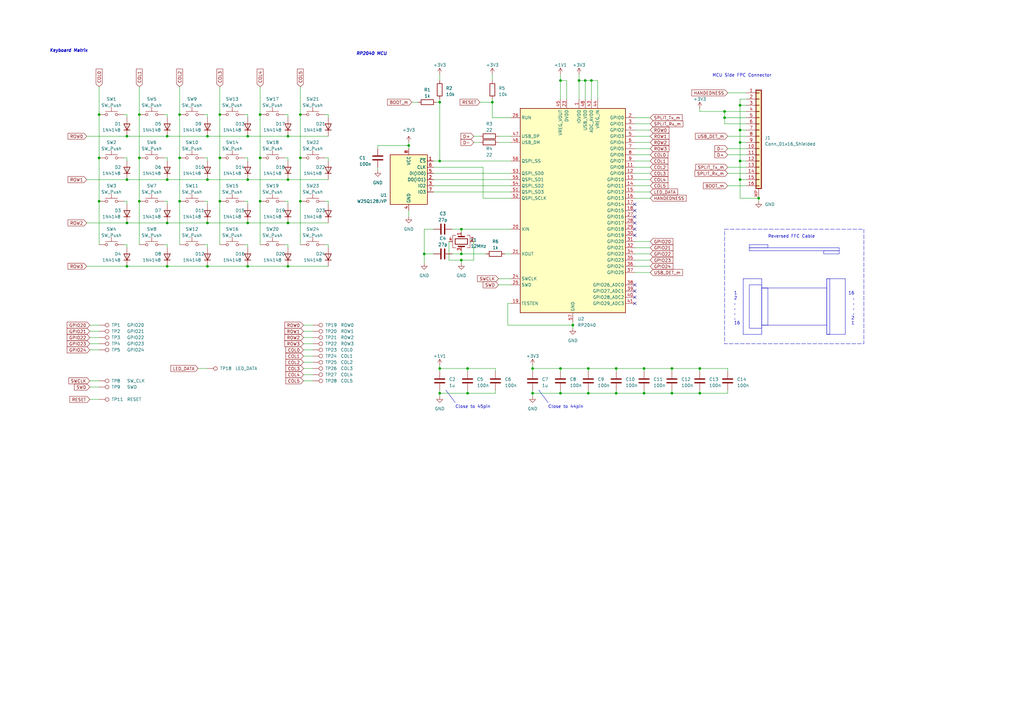
<source format=kicad_sch>
(kicad_sch (version 20231120) (generator "eeschema") (generator_version "8.0")
  (paper "A3")
  (junction (at 241.3 151.13))
  (junction (at 52.07 91.44))
  (junction (at 303.53 58.42))
  (junction (at 264.16 151.13))
  (junction (at 68.58 55.88))
  (junction (at 52.07 109.22))
  (junction (at 237.49 33.02))
  (junction (at 275.59 151.13))
  (junction (at 101.6 91.44))
  (junction (at 118.11 109.22))
  (junction (at 57.15 82.55))
  (junction (at 73.66 82.55))
  (junction (at 264.16 161.29))
  (junction (at 303.53 53.34))
  (junction (at 303.53 66.04))
  (junction (at 123.19 46.99))
  (junction (at 229.87 161.29))
  (junction (at 52.07 55.88))
  (junction (at 90.17 82.55))
  (junction (at 242.57 33.02))
  (junction (at 180.34 151.13))
  (junction (at 85.09 109.22))
  (junction (at 180.34 161.29))
  (junction (at 303.53 43.18))
  (junction (at 85.09 91.44))
  (junction (at 85.09 73.66))
  (junction (at 68.58 73.66))
  (junction (at 106.68 46.99))
  (junction (at 118.11 91.44))
  (junction (at 189.23 106.68))
  (junction (at 287.02 161.29))
  (junction (at 123.19 82.55))
  (junction (at 57.15 46.99))
  (junction (at 106.68 64.77))
  (junction (at 180.34 66.04))
  (junction (at 101.6 73.66))
  (junction (at 180.34 41.91))
  (junction (at 234.95 133.35))
  (junction (at 85.09 55.88))
  (junction (at 101.6 55.88))
  (junction (at 57.15 64.77))
  (junction (at 191.77 151.13))
  (junction (at 240.03 33.02))
  (junction (at 40.64 82.55))
  (junction (at 173.99 104.14))
  (junction (at 189.23 104.14))
  (junction (at 311.15 81.28))
  (junction (at 218.44 161.29))
  (junction (at 123.19 64.77))
  (junction (at 101.6 109.22))
  (junction (at 252.73 161.29))
  (junction (at 90.17 64.77))
  (junction (at 68.58 91.44))
  (junction (at 118.11 55.88))
  (junction (at 252.73 151.13))
  (junction (at 275.59 161.29))
  (junction (at 191.77 161.29))
  (junction (at 73.66 46.99))
  (junction (at 52.07 73.66))
  (junction (at 287.02 151.13))
  (junction (at 201.93 41.91))
  (junction (at 297.18 48.26))
  (junction (at 229.87 151.13))
  (junction (at 241.3 161.29))
  (junction (at 303.53 73.66))
  (junction (at 229.87 33.02))
  (junction (at 73.66 64.77))
  (junction (at 90.17 46.99))
  (junction (at 68.58 109.22))
  (junction (at 218.44 151.13))
  (junction (at 167.64 59.69))
  (junction (at 40.64 46.99))
  (junction (at 40.64 64.77))
  (junction (at 297.18 45.72))
  (junction (at 118.11 73.66))
  (junction (at 106.68 82.55))
  (junction (at 189.23 93.98))
  (no_connect (at 260.35 121.92))
  (no_connect (at 260.35 124.46))
  (no_connect (at 260.35 119.38))
  (no_connect (at 260.35 96.52))
  (no_connect (at 260.35 83.82))
  (no_connect (at 260.35 91.44))
  (no_connect (at 260.35 86.36))
  (no_connect (at 260.35 88.9))
  (no_connect (at 260.35 93.98))
  (no_connect (at 260.35 116.84))
  (wire (pts (xy 203.2 161.29) (xy 203.2 160.02)))
  (wire (pts (xy 303.53 58.42) (xy 306.07 58.42)))
  (wire (pts (xy 218.44 149.86) (xy 218.44 151.13)))
  (wire (pts (xy 83.82 82.55) (xy 85.09 82.55)))
  (wire (pts (xy 124.46 153.67) (xy 128.27 153.67)))
  (wire (pts (xy 154.94 68.58) (xy 154.94 69.85)))
  (wire (pts (xy 180.34 66.04) (xy 209.55 66.04)))
  (wire (pts (xy 123.19 46.99) (xy 123.19 64.77)))
  (wire (pts (xy 85.09 82.55) (xy 85.09 83.82)))
  (wire (pts (xy 241.3 161.29) (xy 252.73 161.29)))
  (wire (pts (xy 237.49 40.64) (xy 237.49 33.02)))
  (wire (pts (xy 123.19 82.55) (xy 123.19 100.33)))
  (wire (pts (xy 177.8 78.74) (xy 209.55 78.74)))
  (wire (pts (xy 36.83 143.51) (xy 40.64 143.51)))
  (wire (pts (xy 133.35 64.77) (xy 134.62 64.77)))
  (wire (pts (xy 106.68 35.56) (xy 106.68 46.99)))
  (wire (pts (xy 85.09 91.44) (xy 101.6 91.44)))
  (wire (pts (xy 83.82 46.99) (xy 85.09 46.99)))
  (wire (pts (xy 229.87 161.29) (xy 241.3 161.29)))
  (wire (pts (xy 123.19 35.56) (xy 123.19 46.99)))
  (wire (pts (xy 124.46 140.97) (xy 128.27 140.97)))
  (wire (pts (xy 260.35 99.06) (xy 266.7 99.06)))
  (wire (pts (xy 185.42 104.14) (xy 189.23 104.14)))
  (wire (pts (xy 85.09 55.88) (xy 101.6 55.88)))
  (wire (pts (xy 134.62 64.77) (xy 134.62 66.04)))
  (wire (pts (xy 260.35 66.04) (xy 266.7 66.04)))
  (wire (pts (xy 203.2 151.13) (xy 203.2 152.4)))
  (wire (pts (xy 116.84 46.99) (xy 118.11 46.99)))
  (wire (pts (xy 35.56 109.22) (xy 52.07 109.22)))
  (wire (pts (xy 124.46 156.21) (xy 128.27 156.21)))
  (wire (pts (xy 52.07 100.33) (xy 52.07 101.6)))
  (wire (pts (xy 52.07 91.44) (xy 68.58 91.44)))
  (wire (pts (xy 260.35 101.6) (xy 266.7 101.6)))
  (wire (pts (xy 198.12 81.28) (xy 209.55 81.28)))
  (wire (pts (xy 118.11 100.33) (xy 118.11 101.6)))
  (wire (pts (xy 173.99 93.98) (xy 173.99 104.14)))
  (wire (pts (xy 218.44 151.13) (xy 218.44 152.4)))
  (wire (pts (xy 35.56 91.44) (xy 52.07 91.44)))
  (wire (pts (xy 298.45 161.29) (xy 287.02 161.29)))
  (wire (pts (xy 167.64 58.42) (xy 167.64 59.69)))
  (wire (pts (xy 36.83 138.43) (xy 40.64 138.43)))
  (wire (pts (xy 234.95 133.35) (xy 234.95 134.62)))
  (wire (pts (xy 189.23 104.14) (xy 189.23 102.87)))
  (wire (pts (xy 36.83 156.21) (xy 40.64 156.21)))
  (wire (pts (xy 264.16 151.13) (xy 264.16 152.4)))
  (wire (pts (xy 100.33 100.33) (xy 101.6 100.33)))
  (wire (pts (xy 116.84 100.33) (xy 118.11 100.33)))
  (wire (pts (xy 241.3 151.13) (xy 241.3 152.4)))
  (wire (pts (xy 90.17 64.77) (xy 90.17 82.55)))
  (wire (pts (xy 189.23 104.14) (xy 199.39 104.14)))
  (wire (pts (xy 303.53 40.64) (xy 306.07 40.64)))
  (wire (pts (xy 311.15 81.28) (xy 311.15 82.55)))
  (wire (pts (xy 297.18 45.72) (xy 306.07 45.72)))
  (wire (pts (xy 101.6 46.99) (xy 101.6 48.26)))
  (wire (pts (xy 133.35 46.99) (xy 134.62 46.99)))
  (wire (pts (xy 208.28 124.46) (xy 208.28 133.35)))
  (wire (pts (xy 303.53 73.66) (xy 303.53 81.28)))
  (wire (pts (xy 260.35 106.68) (xy 266.7 106.68)))
  (wire (pts (xy 303.53 73.66) (xy 306.07 73.66)))
  (wire (pts (xy 252.73 161.29) (xy 264.16 161.29)))
  (wire (pts (xy 184.15 99.06) (xy 184.15 106.68)))
  (wire (pts (xy 177.8 73.66) (xy 209.55 73.66)))
  (wire (pts (xy 196.85 41.91) (xy 201.93 41.91)))
  (wire (pts (xy 68.58 91.44) (xy 85.09 91.44)))
  (wire (pts (xy 303.53 81.28) (xy 311.15 81.28)))
  (wire (pts (xy 118.11 64.77) (xy 118.11 66.04)))
  (wire (pts (xy 306.07 48.26) (xy 297.18 48.26)))
  (wire (pts (xy 229.87 30.48) (xy 229.87 33.02)))
  (wire (pts (xy 118.11 82.55) (xy 118.11 83.82)))
  (wire (pts (xy 260.35 76.2) (xy 266.7 76.2)))
  (wire (pts (xy 194.31 58.42) (xy 196.85 58.42)))
  (polyline (pts (xy 220.98 160.02) (xy 224.79 165.1)))
  (wire (pts (xy 260.35 60.96) (xy 266.7 60.96)))
  (wire (pts (xy 180.34 161.29) (xy 191.77 161.29)))
  (wire (pts (xy 124.46 148.59) (xy 128.27 148.59)))
  (wire (pts (xy 180.34 149.86) (xy 180.34 151.13)))
  (wire (pts (xy 50.8 46.99) (xy 52.07 46.99)))
  (wire (pts (xy 50.8 82.55) (xy 52.07 82.55)))
  (wire (pts (xy 36.83 140.97) (xy 40.64 140.97)))
  (wire (pts (xy 260.35 68.58) (xy 266.7 68.58)))
  (wire (pts (xy 275.59 151.13) (xy 275.59 152.4)))
  (wire (pts (xy 154.94 60.96) (xy 154.94 59.69)))
  (wire (pts (xy 83.82 64.77) (xy 85.09 64.77)))
  (wire (pts (xy 52.07 64.77) (xy 52.07 66.04)))
  (wire (pts (xy 180.34 161.29) (xy 180.34 162.56)))
  (wire (pts (xy 297.18 48.26) (xy 297.18 50.8)))
  (wire (pts (xy 260.35 53.34) (xy 266.7 53.34)))
  (wire (pts (xy 101.6 100.33) (xy 101.6 101.6)))
  (wire (pts (xy 124.46 133.35) (xy 128.27 133.35)))
  (polyline (pts (xy 182.88 160.02) (xy 186.69 165.1)))
  (wire (pts (xy 237.49 30.48) (xy 237.49 33.02)))
  (wire (pts (xy 52.07 82.55) (xy 52.07 83.82)))
  (wire (pts (xy 287.02 151.13) (xy 298.45 151.13)))
  (wire (pts (xy 208.28 133.35) (xy 234.95 133.35)))
  (wire (pts (xy 298.45 160.02) (xy 298.45 161.29)))
  (wire (pts (xy 303.53 53.34) (xy 303.53 58.42)))
  (wire (pts (xy 173.99 104.14) (xy 173.99 107.95)))
  (wire (pts (xy 260.35 48.26) (xy 266.7 48.26)))
  (wire (pts (xy 52.07 55.88) (xy 68.58 55.88)))
  (wire (pts (xy 101.6 91.44) (xy 118.11 91.44)))
  (wire (pts (xy 180.34 41.91) (xy 180.34 66.04)))
  (wire (pts (xy 303.53 53.34) (xy 306.07 53.34)))
  (wire (pts (xy 229.87 33.02) (xy 229.87 40.64)))
  (wire (pts (xy 68.58 73.66) (xy 85.09 73.66)))
  (wire (pts (xy 260.35 111.76) (xy 266.7 111.76)))
  (wire (pts (xy 50.8 64.77) (xy 52.07 64.77)))
  (wire (pts (xy 177.8 76.2) (xy 209.55 76.2)))
  (wire (pts (xy 90.17 46.99) (xy 90.17 64.77)))
  (wire (pts (xy 118.11 109.22) (xy 134.62 109.22)))
  (wire (pts (xy 124.46 135.89) (xy 128.27 135.89)))
  (wire (pts (xy 245.11 33.02) (xy 245.11 40.64)))
  (wire (pts (xy 73.66 64.77) (xy 73.66 82.55)))
  (wire (pts (xy 180.34 151.13) (xy 180.34 152.4)))
  (wire (pts (xy 303.53 66.04) (xy 303.53 73.66)))
  (wire (pts (xy 264.16 161.29) (xy 275.59 161.29)))
  (wire (pts (xy 194.31 55.88) (xy 196.85 55.88)))
  (wire (pts (xy 180.34 30.48) (xy 180.34 33.02)))
  (wire (pts (xy 57.15 35.56) (xy 57.15 46.99)))
  (wire (pts (xy 234.95 132.08) (xy 234.95 133.35)))
  (wire (pts (xy 232.41 40.64) (xy 232.41 33.02)))
  (wire (pts (xy 198.12 68.58) (xy 198.12 81.28)))
  (wire (pts (xy 40.64 46.99) (xy 40.64 64.77)))
  (wire (pts (xy 191.77 151.13) (xy 203.2 151.13)))
  (wire (pts (xy 297.18 45.72) (xy 297.18 48.26)))
  (wire (pts (xy 35.56 55.88) (xy 52.07 55.88)))
  (wire (pts (xy 298.45 38.1) (xy 306.07 38.1)))
  (wire (pts (xy 73.66 46.99) (xy 73.66 64.77)))
  (wire (pts (xy 242.57 33.02) (xy 245.11 33.02)))
  (wire (pts (xy 229.87 151.13) (xy 241.3 151.13)))
  (wire (pts (xy 191.77 161.29) (xy 203.2 161.29)))
  (wire (pts (xy 275.59 160.02) (xy 275.59 161.29)))
  (wire (pts (xy 101.6 64.77) (xy 101.6 66.04)))
  (wire (pts (xy 298.45 76.2) (xy 306.07 76.2)))
  (wire (pts (xy 241.3 151.13) (xy 252.73 151.13)))
  (wire (pts (xy 229.87 160.02) (xy 229.87 161.29)))
  (wire (pts (xy 275.59 161.29) (xy 287.02 161.29)))
  (wire (pts (xy 52.07 73.66) (xy 68.58 73.66)))
  (wire (pts (xy 209.55 124.46) (xy 208.28 124.46)))
  (wire (pts (xy 118.11 91.44) (xy 134.62 91.44)))
  (wire (pts (xy 180.34 151.13) (xy 191.77 151.13)))
  (wire (pts (xy 264.16 151.13) (xy 275.59 151.13)))
  (wire (pts (xy 185.42 93.98) (xy 189.23 93.98)))
  (wire (pts (xy 90.17 82.55) (xy 90.17 100.33)))
  (wire (pts (xy 297.18 50.8) (xy 306.07 50.8)))
  (wire (pts (xy 260.35 58.42) (xy 266.7 58.42)))
  (wire (pts (xy 57.15 82.55) (xy 57.15 100.33)))
  (wire (pts (xy 189.23 106.68) (xy 189.23 107.95)))
  (wire (pts (xy 191.77 151.13) (xy 191.77 152.4)))
  (wire (pts (xy 100.33 82.55) (xy 101.6 82.55)))
  (wire (pts (xy 260.35 71.12) (xy 266.7 71.12)))
  (wire (pts (xy 260.35 78.74) (xy 266.7 78.74)))
  (wire (pts (xy 201.93 30.48) (xy 201.93 33.02)))
  (wire (pts (xy 241.3 160.02) (xy 241.3 161.29)))
  (wire (pts (xy 106.68 46.99) (xy 106.68 64.77)))
  (wire (pts (xy 260.35 109.22) (xy 266.7 109.22)))
  (wire (pts (xy 173.99 93.98) (xy 177.8 93.98)))
  (wire (pts (xy 50.8 100.33) (xy 52.07 100.33)))
  (wire (pts (xy 242.57 33.02) (xy 242.57 40.64)))
  (wire (pts (xy 264.16 160.02) (xy 264.16 161.29)))
  (wire (pts (xy 232.41 33.02) (xy 229.87 33.02)))
  (wire (pts (xy 124.46 146.05) (xy 128.27 146.05)))
  (wire (pts (xy 298.45 68.58) (xy 306.07 68.58)))
  (wire (pts (xy 73.66 35.56) (xy 73.66 46.99)))
  (wire (pts (xy 260.35 63.5) (xy 266.7 63.5)))
  (wire (pts (xy 85.09 64.77) (xy 85.09 66.04)))
  (wire (pts (xy 57.15 46.99) (xy 57.15 64.77)))
  (wire (pts (xy 133.35 100.33) (xy 134.62 100.33)))
  (wire (pts (xy 189.23 93.98) (xy 209.55 93.98)))
  (wire (pts (xy 118.11 73.66) (xy 134.62 73.66)))
  (wire (pts (xy 106.68 82.55) (xy 106.68 100.33)))
  (wire (pts (xy 204.47 116.84) (xy 209.55 116.84)))
  (wire (pts (xy 101.6 109.22) (xy 118.11 109.22)))
  (wire (pts (xy 67.31 82.55) (xy 68.58 82.55)))
  (wire (pts (xy 260.35 73.66) (xy 266.7 73.66)))
  (wire (pts (xy 298.45 55.88) (xy 306.07 55.88)))
  (wire (pts (xy 81.28 151.13) (xy 85.09 151.13)))
  (wire (pts (xy 194.31 99.06) (xy 194.31 106.68)))
  (wire (pts (xy 240.03 33.02) (xy 242.57 33.02)))
  (wire (pts (xy 85.09 109.22) (xy 101.6 109.22)))
  (wire (pts (xy 36.83 133.35) (xy 40.64 133.35)))
  (wire (pts (xy 179.07 41.91) (xy 180.34 41.91)))
  (wire (pts (xy 303.53 58.42) (xy 303.53 66.04)))
  (wire (pts (xy 68.58 64.77) (xy 68.58 66.04)))
  (wire (pts (xy 68.58 109.22) (xy 85.09 109.22)))
  (wire (pts (xy 118.11 46.99) (xy 118.11 48.26)))
  (wire (pts (xy 177.8 71.12) (xy 209.55 71.12)))
  (wire (pts (xy 40.64 35.56) (xy 40.64 46.99)))
  (wire (pts (xy 167.64 86.36) (xy 167.64 88.9)))
  (wire (pts (xy 90.17 35.56) (xy 90.17 46.99)))
  (wire (pts (xy 298.45 60.96) (xy 306.07 60.96)))
  (wire (pts (xy 252.73 151.13) (xy 252.73 152.4)))
  (wire (pts (xy 237.49 33.02) (xy 240.03 33.02)))
  (wire (pts (xy 40.64 64.77) (xy 40.64 82.55)))
  (wire (pts (xy 260.35 50.8) (xy 266.7 50.8)))
  (wire (pts (xy 100.33 46.99) (xy 101.6 46.99)))
  (wire (pts (xy 123.19 64.77) (xy 123.19 82.55)))
  (wire (pts (xy 218.44 161.29) (xy 218.44 162.56)))
  (wire (pts (xy 204.47 114.3) (xy 209.55 114.3)))
  (wire (pts (xy 204.47 58.42) (xy 209.55 58.42)))
  (wire (pts (xy 154.94 59.69) (xy 167.64 59.69)))
  (wire (pts (xy 67.31 64.77) (xy 68.58 64.77)))
  (wire (pts (xy 303.53 43.18) (xy 306.07 43.18)))
  (wire (pts (xy 116.84 64.77) (xy 118.11 64.77)))
  (wire (pts (xy 191.77 160.02) (xy 191.77 161.29)))
  (wire (pts (xy 180.34 160.02) (xy 180.34 161.29)))
  (wire (pts (xy 57.15 64.77) (xy 57.15 82.55)))
  (wire (pts (xy 168.91 41.91) (xy 171.45 41.91)))
  (wire (pts (xy 173.99 104.14) (xy 177.8 104.14)))
  (wire (pts (xy 287.02 160.02) (xy 287.02 161.29)))
  (wire (pts (xy 240.03 33.02) (xy 240.03 40.64)))
  (wire (pts (xy 287.02 151.13) (xy 287.02 152.4)))
  (wire (pts (xy 85.09 46.99) (xy 85.09 48.26)))
  (wire (pts (xy 100.33 64.77) (xy 101.6 64.77)))
  (wire (pts (xy 133.35 82.55) (xy 134.62 82.55)))
  (wire (pts (xy 85.09 73.66) (xy 101.6 73.66)))
  (wire (pts (xy 124.46 138.43) (xy 128.27 138.43)))
  (wire (pts (xy 184.15 106.68) (xy 189.23 106.68)))
  (wire (pts (xy 303.53 66.04) (xy 306.07 66.04)))
  (wire (pts (xy 116.84 82.55) (xy 118.11 82.55)))
  (wire (pts (xy 36.83 158.75) (xy 40.64 158.75)))
  (wire (pts (xy 101.6 73.66) (xy 118.11 73.66)))
  (wire (pts (xy 124.46 143.51) (xy 128.27 143.51)))
  (wire (pts (xy 298.45 71.12) (xy 306.07 71.12)))
  (wire (pts (xy 218.44 160.02) (xy 218.44 161.29)))
  (wire (pts (xy 218.44 151.13) (xy 229.87 151.13)))
  (wire (pts (xy 167.64 59.69) (xy 167.64 60.96)))
  (wire (pts (xy 134.62 46.99) (xy 134.62 48.26)))
  (wire (pts (xy 106.68 64.77) (xy 106.68 82.55)))
  (wire (pts (xy 207.01 104.14) (xy 209.55 104.14)))
  (wire (pts (xy 40.64 82.55) (xy 40.64 100.33)))
  (wire (pts (xy 201.93 40.64) (xy 201.93 41.91)))
  (wire (pts (xy 73.66 82.55) (xy 73.66 100.33)))
  (wire (pts (xy 252.73 160.02) (xy 252.73 161.29)))
  (wire (pts (xy 260.35 55.88) (xy 266.7 55.88)))
  (wire (pts (xy 194.31 106.68) (xy 189.23 106.68)))
  (wire (pts (xy 36.83 163.83) (xy 40.64 163.83)))
  (wire (pts (xy 252.73 151.13) (xy 264.16 151.13)))
  (wire (pts (xy 303.53 43.18) (xy 303.53 53.34)))
  (wire (pts (xy 204.47 55.88) (xy 209.55 55.88)))
  (wire (pts (xy 67.31 100.33) (xy 68.58 100.33)))
  (wire (pts (xy 189.23 93.98) (xy 189.23 95.25)))
  (wire (pts (xy 260.35 104.14) (xy 266.7 104.14)))
  (wire (pts (xy 52.07 46.99) (xy 52.07 48.26)))
  (wire (pts (xy 177.8 66.04) (xy 180.34 66.04)))
  (wire (pts (xy 134.62 82.55) (xy 134.62 83.82)))
  (wire (pts (xy 68.58 82.55) (xy 68.58 83.82)))
  (wire (pts (xy 180.34 40.64) (xy 180.34 41.91)))
  (wire (pts (xy 67.31 46.99) (xy 68.58 46.99)))
  (wire (pts (xy 36.83 135.89) (xy 40.64 135.89)))
  (wire (pts (xy 68.58 46.99) (xy 68.58 48.26)))
  (wire (pts (xy 118.11 55.88) (xy 134.62 55.88)))
  (wire (pts (xy 177.8 68.58) (xy 198.12 68.58)))
  (wire (pts (xy 303.53 40.64) (xy 303.53 43.18)))
  (wire (pts (xy 35.56 73.66) (xy 52.07 73.66)))
  (wire (pts (xy 124.46 151.13) (xy 128.27 151.13)))
  (wire (pts (xy 298.45 63.5) (xy 306.07 63.5)))
  (wire (pts (xy 101.6 55.88) (xy 118.11 55.88)))
  (wire (pts (xy 68.58 100.33) (xy 68.58 101.6)))
  (wire (pts (xy 134.62 100.33) (xy 134.62 101.6)))
  (wire (pts (xy 275.59 151.13) (xy 287.02 151.13)))
  (wire (pts (xy 201.93 48.26) (xy 209.55 48.26)))
  (wire (pts (xy 298.45 152.4) (xy 298.45 151.13)))
  (wire (pts (xy 83.82 100.33) (xy 85.09 100.33)))
  (wire (pts (xy 287.02 45.72) (xy 297.18 45.72)))
  (wire (pts (xy 201.93 41.91) (xy 201.93 48.26)))
  (wire (pts (xy 85.09 100.33) (xy 85.09 101.6)))
  (wire (pts (xy 101.6 82.55) (xy 101.6 83.82)))
  (wire (pts (xy 52.07 109.22) (xy 68.58 109.22)))
  (wire (pts (xy 229.87 151.13) (xy 229.87 152.4)))
  (wire (pts (xy 260.35 81.28) (xy 266.7 81.28)))
  (wire (pts (xy 218.44 161.29) (xy 229.87 161.29)))
  (wire (pts (xy 287.02 44.45) (xy 287.02 45.72)))
  (wire (pts (xy 68.58 55.88) (xy 85.09 55.88)))
  (rectangle (start 339.09 114.3) (end 340.36 137.16))
  (rectangle (start 307.34 100.33) (end 314.96 101.6))
  (rectangle (start 339.09 114.3) (end 346.71 137.16))
  (rectangle (start 297.18 93.98) (end 354.33 140.97) (stroke (width 0) (type dash)))
  (rectangle (start 312.42 118.11) (end 339.09 133.35))
  (rectangle (start 307.34 116.84) (end 312.42 134.62))
  (rectangle (start 307.34 101.6) (end 344.17 102.87))
  (rectangle (start 312.42 118.11) (end 314.96 133.35))
  (rectangle (start 304.8 114.3) (end 312.42 137.16))
  (rectangle (start 337.82 102.87) (end 344.17 104.14))
  (text "1\n2\n.\n.\n.\n.\n16" (at 300.99 133.35 0) (effects (font (size 1.27 1.27)) (justify left bottom)))
  (text "RP2040 MCU" (at 146.05 22.86 0) (effects (font (size 1.27 1.27) (thickness 0.254) (bold yes) (italic yes)) (justify left bottom)))
  (text "Close to 44pin" (at 224.79 167.64 0) (effects (font (size 1.27 1.27)) (justify left bottom)))
  (text "Keyboard Matrix" (at 20.32 21.59 0) (effects (font (size 1.27 1.27) (thickness 0.254) (bold yes) (italic yes)) (justify left bottom)))
  (text "MCU Side FPC Connector" (at 292.1 31.75 0) (effects (font (size 1.27 1.27)) (justify left bottom)))
  (text "Reversed FFC Cable" (at 314.96 97.79 0) (effects (font (size 1.27 1.27)) (justify left bottom)))
  (text "Close to 45pin" (at 186.69 167.64 0) (effects (font (size 1.27 1.27)) (justify left bottom)))
  (text "16\n.\n.\n.\n.\n2\n1" (at 350.52 133.35 0) (effects (font (size 1.27 1.27)) (justify right bottom)))
  (global_label "SWCLK" (shape input) (at 36.83 156.21 180) (property "Intersheetrefs" "${INTERSHEET_REFS}" (effects (hide yes))))
  (global_label "BOOT_m" (shape input) (at 298.45 76.2 180) (property "Intersheetrefs" "${INTERSHEET_REFS}" (effects (hide yes))))
  (global_label "COL0" (shape input) (at 40.64 35.56 90) (property "Intersheetrefs" "${INTERSHEET_REFS}" (effects (hide yes))))
  (global_label "COL4" (shape input) (at 106.68 35.56 90) (property "Intersheetrefs" "${INTERSHEET_REFS}" (effects (hide yes))))
  (global_label "HANDEDNESS" (shape input) (at 298.45 38.1 180) (property "Intersheetrefs" "${INTERSHEET_REFS}" (effects (hide yes))))
  (global_label "COL5" (shape input) (at 124.46 156.21 180) (property "Intersheetrefs" "${INTERSHEET_REFS}" (effects (hide yes))))
  (global_label "ROW3" (shape input) (at 266.7 60.96 0) (property "Intersheetrefs" "${INTERSHEET_REFS}" (effects (hide yes))))
  (global_label "ROW1" (shape input) (at 35.56 73.66 180) (property "Intersheetrefs" "${INTERSHEET_REFS}" (effects (hide yes))))
  (global_label "COL3" (shape input) (at 90.17 35.56 90) (property "Intersheetrefs" "${INTERSHEET_REFS}" (effects (hide yes))))
  (global_label "COL0" (shape input) (at 124.46 143.51 180) (property "Intersheetrefs" "${INTERSHEET_REFS}" (effects (hide yes))))
  (global_label "ROW2" (shape input) (at 35.56 91.44 180) (property "Intersheetrefs" "${INTERSHEET_REFS}" (effects (hide yes))))
  (global_label "COL2" (shape input) (at 266.7 68.58 0) (property "Intersheetrefs" "${INTERSHEET_REFS}" (effects (hide yes))))
  (global_label "GPIO23" (shape input) (at 266.7 106.68 0) (property "Intersheetrefs" "${INTERSHEET_REFS}" (effects (hide yes))))
  (global_label "ROW0" (shape input) (at 266.7 53.34 0) (property "Intersheetrefs" "${INTERSHEET_REFS}" (effects (hide yes))))
  (global_label "BOOT_m" (shape input) (at 168.91 41.91 180) (property "Intersheetrefs" "${INTERSHEET_REFS}" (effects (hide yes))))
  (global_label "GPIO22" (shape input) (at 36.83 138.43 180) (property "Intersheetrefs" "${INTERSHEET_REFS}" (effects (hide yes))))
  (global_label "GPIO20" (shape input) (at 36.83 133.35 180) (property "Intersheetrefs" "${INTERSHEET_REFS}" (effects (hide yes))))
  (global_label "GPIO22" (shape input) (at 266.7 104.14 0) (property "Intersheetrefs" "${INTERSHEET_REFS}" (effects (hide yes))))
  (global_label "SPLIT_Rx_m" (shape input) (at 266.7 50.8 0) (property "Intersheetrefs" "${INTERSHEET_REFS}" (effects (hide yes))))
  (global_label "COL4" (shape input) (at 266.7 73.66 0) (property "Intersheetrefs" "${INTERSHEET_REFS}" (effects (hide yes))))
  (global_label "GPIO24" (shape input) (at 36.83 143.51 180) (property "Intersheetrefs" "${INTERSHEET_REFS}" (effects (hide yes))))
  (global_label "COL1" (shape input) (at 124.46 146.05 180) (property "Intersheetrefs" "${INTERSHEET_REFS}" (effects (hide yes))))
  (global_label "HANDEDNESS" (shape input) (at 266.7 81.28 0) (property "Intersheetrefs" "${INTERSHEET_REFS}" (effects (hide yes))))
  (global_label "COL2" (shape input) (at 124.46 148.59 180) (property "Intersheetrefs" "${INTERSHEET_REFS}" (effects (hide yes))))
  (global_label "D-" (shape input) (at 194.31 58.42 180) (property "Intersheetrefs" "${INTERSHEET_REFS}" (effects (hide yes))))
  (global_label "ROW0" (shape input) (at 35.56 55.88 180) (property "Intersheetrefs" "${INTERSHEET_REFS}" (effects (hide yes))))
  (global_label "RESET" (shape input) (at 196.85 41.91 180) (property "Intersheetrefs" "${INTERSHEET_REFS}" (effects (hide yes))))
  (global_label "RESET" (shape input) (at 36.83 163.83 180) (property "Intersheetrefs" "${INTERSHEET_REFS}" (effects (hide yes))))
  (global_label "COL0" (shape input) (at 266.7 63.5 0) (property "Intersheetrefs" "${INTERSHEET_REFS}" (effects (hide yes))))
  (global_label "ROW1" (shape input) (at 266.7 55.88 0) (property "Intersheetrefs" "${INTERSHEET_REFS}" (effects (hide yes))))
  (global_label "COL2" (shape input) (at 73.66 35.56 90) (property "Intersheetrefs" "${INTERSHEET_REFS}" (effects (hide yes))))
  (global_label "COL4" (shape input) (at 124.46 153.67 180) (property "Intersheetrefs" "${INTERSHEET_REFS}" (effects (hide yes))))
  (global_label "SPLIT_Rx_m" (shape input) (at 298.45 71.12 180) (property "Intersheetrefs" "${INTERSHEET_REFS}" (effects (hide yes))))
  (global_label "SPLIT_Tx_m" (shape input) (at 266.7 48.26 0) (property "Intersheetrefs" "${INTERSHEET_REFS}" (effects (hide yes))))
  (global_label "ROW1" (shape input) (at 124.46 135.89 180) (property "Intersheetrefs" "${INTERSHEET_REFS}" (effects (hide yes))))
  (global_label "ROW0" (shape input) (at 124.46 133.35 180) (property "Intersheetrefs" "${INTERSHEET_REFS}" (effects (hide yes))))
  (global_label "D+" (shape input) (at 298.45 63.5 180) (property "Intersheetrefs" "${INTERSHEET_REFS}" (effects (hide yes))))
  (global_label "SWCLK" (shape input) (at 204.47 114.3 180) (property "Intersheetrefs" "${INTERSHEET_REFS}" (effects (hide yes))))
  (global_label "COL1" (shape input) (at 266.7 66.04 0) (property "Intersheetrefs" "${INTERSHEET_REFS}" (effects (hide yes))))
  (global_label "COL1" (shape input) (at 57.15 35.56 90) (property "Intersheetrefs" "${INTERSHEET_REFS}" (effects (hide yes))))
  (global_label "GPIO21" (shape input) (at 36.83 135.89 180) (property "Intersheetrefs" "${INTERSHEET_REFS}" (effects (hide yes))))
  (global_label "LED_DATA" (shape input) (at 266.7 78.74 0) (property "Intersheetrefs" "${INTERSHEET_REFS}" (effects (hide yes))))
  (global_label "ROW3" (shape input) (at 124.46 140.97 180) (property "Intersheetrefs" "${INTERSHEET_REFS}" (effects (hide yes))))
  (global_label "GPIO23" (shape input) (at 36.83 140.97 180) (property "Intersheetrefs" "${INTERSHEET_REFS}" (effects (hide yes))))
  (global_label "D-" (shape input) (at 298.45 60.96 180) (property "Intersheetrefs" "${INTERSHEET_REFS}" (effects (hide yes))))
  (global_label "ROW3" (shape input) (at 35.56 109.22 180) (property "Intersheetrefs" "${INTERSHEET_REFS}" (effects (hide yes))))
  (global_label "SPLIT_Tx_m" (shape input) (at 298.45 68.58 180) (property "Intersheetrefs" "${INTERSHEET_REFS}" (effects (hide yes))))
  (global_label "USB_DET_m" (shape input) (at 298.45 55.88 180) (property "Intersheetrefs" "${INTERSHEET_REFS}" (effects (hide yes))))
  (global_label "COL5" (shape input) (at 123.19 35.56 90) (property "Intersheetrefs" "${INTERSHEET_REFS}" (effects (hide yes))))
  (global_label "COL5" (shape input) (at 266.7 76.2 0) (property "Intersheetrefs" "${INTERSHEET_REFS}" (effects (hide yes))))
  (global_label "ROW2" (shape input) (at 124.46 138.43 180) (property "Intersheetrefs" "${INTERSHEET_REFS}" (effects (hide yes))))
  (global_label "GPIO24" (shape input) (at 266.7 109.22 0) (property "Intersheetrefs" "${INTERSHEET_REFS}" (effects (hide yes))))
  (global_label "SWD" (shape input) (at 36.83 158.75 180) (property "Intersheetrefs" "${INTERSHEET_REFS}" (effects (hide yes))))
  (global_label "D+" (shape input) (at 194.31 55.88 180) (property "Intersheetrefs" "${INTERSHEET_REFS}" (effects (hide yes))))
  (global_label "USB_DET_m" (shape input) (at 266.7 111.76 0) (property "Intersheetrefs" "${INTERSHEET_REFS}" (effects (hide yes))))
  (global_label "ROW2" (shape input) (at 266.7 58.42 0) (property "Intersheetrefs" "${INTERSHEET_REFS}" (effects (hide yes))))
  (global_label "GPIO20" (shape input) (at 266.7 99.06 0) (property "Intersheetrefs" "${INTERSHEET_REFS}" (effects (hide yes))))
  (global_label "COL3" (shape input) (at 266.7 71.12 0) (property "Intersheetrefs" "${INTERSHEET_REFS}" (effects (hide yes))))
  (global_label "LED_DATA" (shape input) (at 81.28 151.13 180) (property "Intersheetrefs" "${INTERSHEET_REFS}" (effects (hide yes))))
  (global_label "GPIO21" (shape input) (at 266.7 101.6 0) (property "Intersheetrefs" "${INTERSHEET_REFS}" (effects (hide yes))))
  (global_label "COL3" (shape input) (at 124.46 151.13 180) (property "Intersheetrefs" "${INTERSHEET_REFS}" (effects (hide yes))))
  (global_label "SWD" (shape input) (at 204.47 116.84 180) (property "Intersheetrefs" "${INTERSHEET_REFS}" (effects (hide yes))))
  (symbol (lib_id "Device:D") (at 52.07 52.07 90) (unit 1)
    (property "Reference" "D1" (at 46.99 50.8 90) (effects (justify right)))
    (property "Value" "1N4148" (at 41.91 53.34 90) (effects (justify right)))
    (property "Footprint" "Diode_SMD:D_SOD-323" (effects (hide yes)))
    (property "Sim.Device" "D" (effects (hide yes)))
    (property "Sim.Pins" "1=K 2=A" (effects (hide yes)))
    (property "LCSC" "C81598" (effects (hide yes)))
  )
  (symbol (lib_id "Device:D") (at 52.07 69.85 90) (unit 1)
    (property "Reference" "D2" (at 46.99 68.58 90) (effects (justify right)))
    (property "Value" "1N4148" (at 41.91 71.12 90) (effects (justify right)))
    (property "Footprint" "Diode_SMD:D_SOD-323" (effects (hide yes)))
    (property "Sim.Device" "D" (effects (hide yes)))
    (property "Sim.Pins" "1=K 2=A" (effects (hide yes)))
    (property "LCSC" "C81598" (effects (hide yes)))
  )
  (symbol (lib_id "Device:D") (at 85.09 69.85 90) (unit 1)
    (property "Reference" "D10" (at 80.01 68.58 90) (effects (justify right)))
    (property "Value" "1N4148" (at 74.93 71.12 90) (effects (justify right)))
    (property "Footprint" "Diode_SMD:D_SOD-323" (effects (hide yes)))
    (property "Sim.Device" "D" (effects (hide yes)))
    (property "Sim.Pins" "1=K 2=A" (effects (hide yes)))
    (property "LCSC" "C81598" (effects (hide yes)))
  )
  (symbol (lib_id "Switch:SW_Push") (at 128.27 100.33 0) (unit 1)
    (property "Reference" "SW24" (at 128.27 93.98 0))
    (property "Value" "SW_Push" (at 128.27 96.52 0))
    (property "Footprint" "footprint:SW_Hotswap_Kailh_Choc_V1V2_1.00u" (effects (hide yes)))
  )
  (symbol (lib_id "Switch:SW_Push") (at 78.74 82.55 0) (unit 1)
    (property "Reference" "SW11" (at 78.74 76.2 0))
    (property "Value" "SW_Push" (at 78.74 78.74 0))
    (property "Footprint" "footprint:SW_Hotswap_Kailh_Choc_V1V2_1.00u" (effects (hide yes)))
  )
  (symbol (lib_id "Switch:SW_Push") (at 45.72 46.99 0) (unit 1)
    (property "Reference" "SW1" (at 45.72 40.64 0))
    (property "Value" "SW_Push" (at 45.72 43.18 0))
    (property "Footprint" "footprint:SW_Hotswap_Kailh_Choc_V1V2_1.00u" (effects (hide yes)))
  )
  (symbol (lib_id "Device:D") (at 68.58 52.07 90) (unit 1)
    (property "Reference" "D5" (at 63.5 50.8 90) (effects (justify right)))
    (property "Value" "1N4148" (at 58.42 53.34 90) (effects (justify right)))
    (property "Footprint" "Diode_SMD:D_SOD-323" (effects (hide yes)))
    (property "Sim.Device" "D" (effects (hide yes)))
    (property "Sim.Pins" "1=K 2=A" (effects (hide yes)))
    (property "LCSC" "C81598" (effects (hide yes)))
  )
  (symbol (lib_id "Device:D") (at 85.09 52.07 90) (unit 1)
    (property "Reference" "D9" (at 80.01 50.8 90) (effects (justify right)))
    (property "Value" "1N4148" (at 74.93 53.34 90) (effects (justify right)))
    (property "Footprint" "Diode_SMD:D_SOD-323" (effects (hide yes)))
    (property "Sim.Device" "D" (effects (hide yes)))
    (property "Sim.Pins" "1=K 2=A" (effects (hide yes)))
    (property "LCSC" "C81598" (effects (hide yes)))
  )
  (symbol (lib_id "Device:D") (at 134.62 105.41 90) (unit 1)
    (property "Reference" "D24" (at 129.54 104.14 90) (effects (justify right)))
    (property "Value" "1N4148" (at 124.46 106.68 90) (effects (justify right)))
    (property "Footprint" "Diode_SMD:D_SOD-323" (effects (hide yes)))
    (property "Sim.Device" "D" (effects (hide yes)))
    (property "Sim.Pins" "1=K 2=A" (effects (hide yes)))
    (property "LCSC" "C81598" (effects (hide yes)))
  )
  (symbol (lib_id "Device:D") (at 85.09 105.41 90) (unit 1)
    (property "Reference" "D12" (at 80.01 104.14 90) (effects (justify right)))
    (property "Value" "1N4148" (at 74.93 106.68 90) (effects (justify right)))
    (property "Footprint" "Diode_SMD:D_SOD-323" (effects (hide yes)))
    (property "Sim.Device" "D" (effects (hide yes)))
    (property "Sim.Pins" "1=K 2=A" (effects (hide yes)))
    (property "LCSC" "C81598" (effects (hide yes)))
  )
  (symbol (lib_id "Switch:SW_Push") (at 45.72 64.77 0) (unit 1)
    (property "Reference" "SW2" (at 45.72 58.42 0))
    (property "Value" "SW_Push" (at 45.72 60.96 0))
    (property "Footprint" "footprint:SW_Hotswap_Kailh_Choc_V1V2_1.00u" (effects (hide yes)))
  )
  (symbol (lib_id "Device:D") (at 118.11 52.07 90) (unit 1)
    (property "Reference" "D17" (at 113.03 50.8 90) (effects (justify right)))
    (property "Value" "1N4148" (at 107.95 53.34 90) (effects (justify right)))
    (property "Footprint" "Diode_SMD:D_SOD-323" (effects (hide yes)))
    (property "Sim.Device" "D" (effects (hide yes)))
    (property "Sim.Pins" "1=K 2=A" (effects (hide yes)))
    (property "LCSC" "C81598" (effects (hide yes)))
  )
  (symbol (lib_id "power:GND") (at 189.23 107.95 0) (unit 1)
    (property "Reference" "#PWR013" (effects (hide yes)))
    (property "Value" "GND" (at 189.23 113.03 0))
  )
  (symbol (lib_id "Device:C") (at 181.61 93.98 90) (unit 1)
    (property "Reference" "C3" (at 181.61 87.63 90))
    (property "Value" "27p" (at 181.61 90.17 90))
    (property "Footprint" "Capacitor_SMD:C_0402_1005Metric" (effects (hide yes)))
    (property "LCSC" "C107045" (effects (hide yes)))
  )
  (symbol (lib_id "Switch:SW_Push") (at 111.76 64.77 0) (unit 1)
    (property "Reference" "SW18" (at 111.76 58.42 0))
    (property "Value" "SW_Push" (at 111.76 60.96 0))
    (property "Footprint" "footprint:SW_Hotswap_Kailh_Choc_V1V2_1.00u" (effects (hide yes)))
  )
  (symbol (lib_id "Device:R") (at 201.93 36.83 180) (unit 1)
    (property "Reference" "R5" (at 204.47 36.195 0) (effects (justify right)))
    (property "Value" "10k" (at 204.47 38.735 0) (effects (justify right)))
    (property "Footprint" "Resistor_SMD:R_0402_1005Metric" (effects (hide yes)))
    (property "LCSC" "C25804" (effects (hide yes)))
  )
  (symbol (lib_id "Device:R") (at 203.2 104.14 90) (unit 1)
    (property "Reference" "R6" (at 203.2 99.06 90))
    (property "Value" "1k" (at 203.2 101.6 90))
    (property "Footprint" "Resistor_SMD:R_0402_1005Metric" (effects (hide yes)))
    (property "LCSC" "C21190" (effects (hide yes)))
  )
  (symbol (lib_id "power:GND") (at 173.99 107.95 0) (unit 1)
    (property "Reference" "#PWR09" (effects (hide yes)))
    (property "Value" "GND" (at 173.99 113.03 0))
  )
  (symbol (lib_id "Switch:SW_Push") (at 95.25 82.55 0) (unit 1)
    (property "Reference" "SW15" (at 95.25 76.2 0))
    (property "Value" "SW_Push" (at 95.25 78.74 0))
    (property "Footprint" "footprint:SW_Hotswap_Kailh_Choc_V1V2_1.00u" (effects (hide yes)))
  )
  (symbol (lib_id "Connector:TestPoint") (at 40.64 140.97 270) (unit 1)
    (property "Reference" "TP4" (at 45.72 140.97 90) (effects (justify left)))
    (property "Value" "GPIO23" (at 52.07 140.97 90) (effects (justify left)))
    (property "Footprint" "TestPoint:TestPoint_Pad_D1.0mm" (effects (hide yes)))
  )
  (symbol (lib_id "Device:C") (at 241.3 156.21 180) (unit 1)
    (property "Reference" "C9" (at 245.11 155.575 0) (effects (justify right)))
    (property "Value" "100n" (at 245.11 158.115 0) (effects (justify right)))
    (property "Footprint" "Capacitor_SMD:C_0402_1005Metric" (effects (hide yes)))
    (property "LCSC" "C1591" (effects (hide yes)))
  )
  (symbol (lib_id "Device:D") (at 101.6 87.63 90) (unit 1)
    (property "Reference" "D15" (at 96.52 86.36 90) (effects (justify right)))
    (property "Value" "1N4148" (at 91.44 88.9 90) (effects (justify right)))
    (property "Footprint" "Diode_SMD:D_SOD-323" (effects (hide yes)))
    (property "Sim.Device" "D" (effects (hide yes)))
    (property "Sim.Pins" "1=K 2=A" (effects (hide yes)))
    (property "LCSC" "C81598" (effects (hide yes)))
  )
  (symbol (lib_id "Connector:TestPoint") (at 40.64 163.83 270) (unit 1)
    (property "Reference" "TP11" (at 45.72 163.83 90) (effects (justify left)))
    (property "Value" "RESET" (at 52.07 163.83 90) (effects (justify left)))
    (property "Footprint" "TestPoint:TestPoint_Pad_D1.0mm" (effects (hide yes)))
  )
  (symbol (lib_id "Device:C") (at 298.45 156.21 180) (unit 1)
    (property "Reference" "C14" (at 302.26 155.575 0) (effects (justify right)))
    (property "Value" "100n" (at 302.26 158.115 0) (effects (justify right)))
    (property "Footprint" "Capacitor_SMD:C_0402_1005Metric" (effects (hide yes)))
    (property "LCSC" "C1591" (effects (hide yes)))
  )
  (symbol (lib_id "power:GND") (at 167.64 88.9 0) (unit 1)
    (property "Reference" "#PWR08" (effects (hide yes)))
    (property "Value" "GND" (at 167.64 93.98 0))
  )
  (symbol (lib_id "Switch:SW_Push") (at 128.27 82.55 0) (unit 1)
    (property "Reference" "SW23" (at 128.27 76.2 0))
    (property "Value" "SW_Push" (at 128.27 78.74 0))
    (property "Footprint" "footprint:SW_Hotswap_Kailh_Choc_V1V2_1.00u" (effects (hide yes)))
  )
  (symbol (lib_id "Device:C") (at 191.77 156.21 180) (unit 1)
    (property "Reference" "C5" (at 195.58 155.575 0) (effects (justify right)))
    (property "Value" "100n" (at 195.58 158.115 0) (effects (justify right)))
    (property "Footprint" "Capacitor_SMD:C_0402_1005Metric" (effects (hide yes)))
    (property "LCSC" "C1591" (effects (hide yes)))
  )
  (symbol (lib_id "Switch:SW_Push") (at 128.27 46.99 0) (unit 1)
    (property "Reference" "SW21" (at 128.27 40.64 0))
    (property "Value" "SW_Push" (at 128.27 43.18 0))
    (property "Footprint" "footprint:SW_Hotswap_Kailh_Choc_V1V2_1.00u" (effects (hide yes)))
  )
  (symbol (lib_id "Device:D") (at 68.58 105.41 90) (unit 1)
    (property "Reference" "D8" (at 63.5 104.14 90) (effects (justify right)))
    (property "Value" "1N4148" (at 58.42 106.68 90) (effects (justify right)))
    (property "Footprint" "Diode_SMD:D_SOD-323" (effects (hide yes)))
    (property "Sim.Device" "D" (effects (hide yes)))
    (property "Sim.Pins" "1=K 2=A" (effects (hide yes)))
    (property "LCSC" "C81598" (effects (hide yes)))
  )
  (symbol (lib_id "power:+1V1") (at 229.87 30.48 0) (unit 1)
    (property "Reference" "#PWR017" (effects (hide yes)))
    (property "Value" "+1V1" (at 229.87 26.67 0))
  )
  (symbol (lib_id "Switch:SW_Push") (at 78.74 100.33 0) (unit 1)
    (property "Reference" "SW12" (at 78.74 93.98 0))
    (property "Value" "SW_Push" (at 78.74 96.52 0))
    (property "Footprint" "footprint:SW_Hotswap_Kailh_Choc_V1V2_1.00u" (effects (hide yes)))
  )
  (symbol (lib_id "Connector:TestPoint") (at 128.27 133.35 270) (unit 1)
    (property "Reference" "TP19" (at 133.35 133.35 90) (effects (justify left)))
    (property "Value" "ROW0" (at 139.7 133.35 90) (effects (justify left)))
    (property "Footprint" "TestPoint:TestPoint_Pad_D1.0mm" (effects (hide yes)))
  )
  (symbol (lib_id "Device:D") (at 52.07 105.41 90) (unit 1)
    (property "Reference" "D4" (at 46.99 104.14 90) (effects (justify right)))
    (property "Value" "1N4148" (at 41.91 106.68 90) (effects (justify right)))
    (property "Footprint" "Diode_SMD:D_SOD-323" (effects (hide yes)))
    (property "Sim.Device" "D" (effects (hide yes)))
    (property "Sim.Pins" "1=K 2=A" (effects (hide yes)))
    (property "LCSC" "C81598" (effects (hide yes)))
  )
  (symbol (lib_id "power:+3V3") (at 237.49 30.48 0) (unit 1)
    (property "Reference" "#PWR019" (effects (hide yes)))
    (property "Value" "+3V3" (at 237.49 26.67 0))
  )
  (symbol (lib_id "Connector:TestPoint") (at 128.27 140.97 270) (unit 1)
    (property "Reference" "TP22" (at 133.35 140.97 90) (effects (justify left)))
    (property "Value" "ROW3" (at 139.7 140.97 90) (effects (justify left)))
    (property "Footprint" "TestPoint:TestPoint_Pad_D1.0mm" (effects (hide yes)))
  )
  (symbol (lib_id "Switch:SW_Push") (at 45.72 82.55 0) (unit 1)
    (property "Reference" "SW3" (at 45.72 76.2 0))
    (property "Value" "SW_Push" (at 45.72 78.74 0))
    (property "Footprint" "footprint:SW_Hotswap_Kailh_Choc_V1V2_1.00u" (effects (hide yes)))
  )
  (symbol (lib_id "power:GND") (at 154.94 69.85 0) (unit 1)
    (property "Reference" "#PWR06" (effects (hide yes)))
    (property "Value" "GND" (at 154.94 74.93 0))
  )
  (symbol (lib_id "power:+3V3") (at 167.64 58.42 0) (unit 1)
    (property "Reference" "#PWR07" (effects (hide yes)))
    (property "Value" "+3V3" (at 167.64 53.34 0))
  )
  (symbol (lib_id "Device:D") (at 52.07 87.63 90) (unit 1)
    (property "Reference" "D3" (at 46.99 86.36 90) (effects (justify right)))
    (property "Value" "1N4148" (at 41.91 88.9 90) (effects (justify right)))
    (property "Footprint" "Diode_SMD:D_SOD-323" (effects (hide yes)))
    (property "Sim.Device" "D" (effects (hide yes)))
    (property "Sim.Pins" "1=K 2=A" (effects (hide yes)))
    (property "LCSC" "C81598" (effects (hide yes)))
  )
  (symbol (lib_id "Device:C") (at 203.2 156.21 180) (unit 1)
    (property "Reference" "C6" (at 207.01 155.575 0) (effects (justify right)))
    (property "Value" "100n" (at 207.01 158.115 0) (effects (justify right)))
    (property "Footprint" "Capacitor_SMD:C_0402_1005Metric" (effects (hide yes)))
    (property "LCSC" "C1591" (effects (hide yes)))
  )
  (symbol (lib_id "power:+3V3") (at 180.34 30.48 0) (unit 1)
    (property "Reference" "#PWR010" (effects (hide yes)))
    (property "Value" "+3V3" (at 180.34 26.67 0))
  )
  (symbol (lib_id "Connector:TestPoint") (at 40.64 135.89 270) (unit 1)
    (property "Reference" "TP2" (at 45.72 135.89 90) (effects (justify left)))
    (property "Value" "GPIO21" (at 52.07 135.89 90) (effects (justify left)))
    (property "Footprint" "TestPoint:TestPoint_Pad_D1.0mm" (effects (hide yes)))
  )
  (symbol (lib_id "Connector_Generic_Shielded:Conn_01x16_Shielded") (at 311.15 55.88 0) (unit 1)
    (property "Reference" "J1" (at 313.69 56.515 0) (effects (justify left)))
    (property "Value" "Conn_01x16_Shielded" (at 313.69 59.055 0) (effects (justify left)))
    (property "Footprint" "Connector_FFC-FPC:TE_1-1734839-6_1x16-1MP_P0.5mm_Horizontal" (effects (hide yes)))
  )
  (symbol (lib_id "Device:D") (at 118.11 69.85 90) (unit 1)
    (property "Reference" "D18" (at 113.03 68.58 90) (effects (justify right)))
    (property "Value" "1N4148" (at 107.95 71.12 90) (effects (justify right)))
    (property "Footprint" "Diode_SMD:D_SOD-323" (effects (hide yes)))
    (property "Sim.Device" "D" (effects (hide yes)))
    (property "Sim.Pins" "1=K 2=A" (effects (hide yes)))
    (property "LCSC" "C81598" (effects (hide yes)))
  )
  (symbol (lib_id "Connector:TestPoint") (at 85.09 151.13 270) (unit 1)
    (property "Reference" "TP18" (at 90.17 151.13 90) (effects (justify left)))
    (property "Value" "LED_DATA" (at 96.52 151.13 90) (effects (justify left)))
    (property "Footprint" "TestPoint:TestPoint_Pad_D1.0mm" (effects (hide yes)))
  )
  (symbol (lib_id "Connector:TestPoint") (at 40.64 138.43 270) (unit 1)
    (property "Reference" "TP3" (at 45.72 138.43 90) (effects (justify left)))
    (property "Value" "GPIO22" (at 52.07 138.43 90) (effects (justify left)))
    (property "Footprint" "TestPoint:TestPoint_Pad_D1.0mm" (effects (hide yes)))
  )
  (symbol (lib_id "Connector:TestPoint") (at 40.64 133.35 270) (unit 1)
    (property "Reference" "TP1" (at 45.72 133.35 90) (effects (justify left)))
    (property "Value" "GPIO20" (at 52.07 133.35 90) (effects (justify left)))
    (property "Footprint" "TestPoint:TestPoint_Pad_D1.0mm" (effects (hide yes)))
  )
  (symbol (lib_id "Switch:SW_Push") (at 62.23 46.99 0) (unit 1)
    (property "Reference" "SW5" (at 62.23 40.64 0))
    (property "Value" "SW_Push" (at 62.23 43.18 0))
    (property "Footprint" "footprint:SW_Hotswap_Kailh_Choc_V1V2_1.00u" (effects (hide yes)))
  )
  (symbol (lib_id "Connector:TestPoint") (at 128.27 138.43 270) (unit 1)
    (property "Reference" "TP21" (at 133.35 138.43 90) (effects (justify left)))
    (property "Value" "ROW2" (at 139.7 138.43 90) (effects (justify left)))
    (property "Footprint" "TestPoint:TestPoint_Pad_D1.0mm" (effects (hide yes)))
  )
  (symbol (lib_id "Device:Crystal_GND24") (at 189.23 99.06 270) (unit 1)
    (property "Reference" "Y1" (at 193.04 98.425 90) (effects (justify left)))
    (property "Value" "12MHz" (at 193.04 100.965 90) (effects (justify left)))
    (property "Footprint" "Crystal:Crystal_SMD_3225-4Pin_3.2x2.5mm" (effects (hide yes)))
    (property "LCSC" "C9002" (effects (hide yes)))
  )
  (symbol (lib_id "Device:R") (at 200.66 55.88 90) (unit 1)
    (property "Reference" "R3" (at 200.66 50.8 90))
    (property "Value" "22" (at 200.66 53.34 90))
    (property "Footprint" "Resistor_SMD:R_0402_1005Metric" (effects (hide yes)))
    (property "LCSC" "C23345" (effects (hide yes)))
  )
  (symbol (lib_id "power:GND") (at 218.44 162.56 0) (unit 1)
    (property "Reference" "#PWR016" (effects (hide yes)))
    (property "Value" "GND" (at 218.44 167.64 0))
  )
  (symbol (lib_id "Device:C") (at 181.61 104.14 90) (unit 1)
    (property "Reference" "C4" (at 181.61 97.79 90))
    (property "Value" "27p" (at 181.61 100.33 90))
    (property "Footprint" "Capacitor_SMD:C_0402_1005Metric" (effects (hide yes)))
    (property "LCSC" "C107045" (effects (hide yes)))
  )
  (symbol (lib_id "Device:C") (at 154.94 64.77 180) (unit 1)
    (property "Reference" "C1" (at 147.32 64.77 0) (effects (justify right)))
    (property "Value" "100n" (at 147.32 67.31 0) (effects (justify right)))
    (property "Footprint" "Capacitor_SMD:C_0402_1005Metric" (effects (hide yes)))
    (property "LCSC" "C1591" (effects (hide yes)))
  )
  (symbol (lib_id "Device:D") (at 101.6 52.07 90) (unit 1)
    (property "Reference" "D13" (at 96.52 50.8 90) (effects (justify right)))
    (property "Value" "1N4148" (at 91.44 53.34 90) (effects (justify right)))
    (property "Footprint" "Diode_SMD:D_SOD-323" (effects (hide yes)))
    (property "Sim.Device" "D" (effects (hide yes)))
    (property "Sim.Pins" "1=K 2=A" (effects (hide yes)))
    (property "LCSC" "C81598" (effects (hide yes)))
  )
  (symbol (lib_id "Connector:TestPoint") (at 128.27 153.67 270) (unit 1)
    (property "Reference" "TP27" (at 133.35 153.67 90) (effects (justify left)))
    (property "Value" "COL4" (at 139.7 153.67 90) (effects (justify left)))
    (property "Footprint" "TestPoint:TestPoint_Pad_D1.0mm" (effects (hide yes)))
  )
  (symbol (lib_id "Connector:TestPoint") (at 128.27 151.13 270) (unit 1)
    (property "Reference" "TP26" (at 133.35 151.13 90) (effects (justify left)))
    (property "Value" "COL3" (at 139.7 151.13 90) (effects (justify left)))
    (property "Footprint" "TestPoint:TestPoint_Pad_D1.0mm" (effects (hide yes)))
  )
  (symbol (lib_id "Device:D") (at 101.6 105.41 90) (unit 1)
    (property "Reference" "D16" (at 96.52 104.14 90) (effects (justify right)))
    (property "Value" "1N4148" (at 91.44 106.68 90) (effects (justify right)))
    (property "Footprint" "Diode_SMD:D_SOD-323" (effects (hide yes)))
    (property "Sim.Device" "D" (effects (hide yes)))
    (property "Sim.Pins" "1=K 2=A" (effects (hide yes)))
    (property "LCSC" "C81598" (effects (hide yes)))
  )
  (symbol (lib_id "power:+3V3") (at 218.44 149.86 0) (unit 1)
    (property "Reference" "#PWR015" (effects (hide yes)))
    (property "Value" "+3V3" (at 218.44 146.05 0))
  )
  (symbol (lib_id "Memory_Flash:W25Q16JVSS") (at 167.64 73.66 0) (mirror y) (unit 1)
    (property "Reference" "U1" (at 158.75 80.01 0) (effects (justify left)))
    (property "Value" "W25Q128JVP" (at 158.75 82.55 0) (effects (justify left)))
    (property "Footprint" "Package_SON:Winbond_USON-8-1EP_3x2mm_P0.5mm_EP0.2x1.6mm" (effects (hide yes)))
    (property "Datasheet" "https://www.winbond.com/hq/support/documentation/levelOne.jsp?__locale=en&DocNo=DA00-W25Q16JV.1" (effects (hide yes)))
    (property "Description" "16Mb Serial Flash Memory, Standard/Dual/Quad SPI, SOIC-8" (effects (hide yes)))
    (property "LCSC" "C190862" (effects (hide yes)))
  )
  (symbol (lib_id "Switch:SW_Push") (at 111.76 82.55 0) (unit 1)
    (property "Reference" "SW19" (at 111.76 76.2 0))
    (property "Value" "SW_Push" (at 111.76 78.74 0))
    (property "Footprint" "footprint:SW_Hotswap_Kailh_Choc_V1V2_1.00u" (effects (hide yes)))
  )
  (symbol (lib_id "Device:D") (at 68.58 87.63 90) (unit 1)
    (property "Reference" "D7" (at 63.5 86.36 90) (effects (justify right)))
    (property "Value" "1N4148" (at 58.42 88.9 90) (effects (justify right)))
    (property "Footprint" "Diode_SMD:D_SOD-323" (effects (hide yes)))
    (property "Sim.Device" "D" (effects (hide yes)))
    (property "Sim.Pins" "1=K 2=A" (effects (hide yes)))
    (property "LCSC" "C81598" (effects (hide yes)))
  )
  (symbol (lib_id "Switch:SW_Push") (at 95.25 100.33 0) (unit 1)
    (property "Reference" "SW16" (at 95.25 93.98 0))
    (property "Value" "SW_Push" (at 95.25 96.52 0))
    (property "Footprint" "footprint:SW_Hotswap_Kailh_Choc_V1V2_1.00u" (effects (hide yes)))
  )
  (symbol (lib_id "power:+1V1") (at 180.34 149.86 0) (unit 1)
    (property "Reference" "#PWR011" (effects (hide yes)))
    (property "Value" "+1V1" (at 180.34 146.05 0))
  )
  (symbol (lib_id "Device:D") (at 101.6 69.85 90) (unit 1)
    (property "Reference" "D14" (at 96.52 68.58 90) (effects (justify right)))
    (property "Value" "1N4148" (at 91.44 71.12 90) (effects (justify right)))
    (property "Footprint" "Diode_SMD:D_SOD-323" (effects (hide yes)))
    (property "Sim.Device" "D" (effects (hide yes)))
    (property "Sim.Pins" "1=K 2=A" (effects (hide yes)))
    (property "LCSC" "C81598" (effects (hide yes)))
  )
  (symbol (lib_id "Device:D") (at 68.58 69.85 90) (unit 1)
    (property "Reference" "D6" (at 63.5 68.58 90) (effects (justify right)))
    (property "Value" "1N4148" (at 58.42 71.12 90) (effects (justify right)))
    (property "Footprint" "Diode_SMD:D_SOD-323" (effects (hide yes)))
    (property "Sim.Device" "D" (effects (hide yes)))
    (property "Sim.Pins" "1=K 2=A" (effects (hide yes)))
    (property "LCSC" "C81598" (effects (hide yes)))
  )
  (symbol (lib_id "Connector:TestPoint") (at 128.27 135.89 270) (unit 1)
    (property "Reference" "TP20" (at 133.35 135.89 90) (effects (justify left)))
    (property "Value" "ROW1" (at 139.7 135.89 90) (effects (justify left)))
    (property "Footprint" "TestPoint:TestPoint_Pad_D1.0mm" (effects (hide yes)))
  )
  (symbol (lib_id "power:+3V3") (at 201.93 30.48 0) (unit 1)
    (property "Reference" "#PWR014" (effects (hide yes)))
    (property "Value" "+3V3" (at 201.93 26.67 0))
  )
  (symbol (lib_id "power:GND") (at 311.15 82.55 0) (unit 1)
    (property "Reference" "#PWR021" (effects (hide yes)))
    (property "Value" "GND" (at 313.69 83.8199 0) (effects (justify left)))
  )
  (symbol (lib_id "power:+3V3") (at 287.02 44.45 0) (unit 1)
    (property "Reference" "#PWR020" (effects (hide yes)))
    (property "Value" "+3V3" (at 287.02 40.64 0))
  )
  (symbol (lib_id "Connector:TestPoint") (at 128.27 146.05 270) (unit 1)
    (property "Reference" "TP24" (at 133.35 146.05 90) (effects (justify left)))
    (property "Value" "COL1" (at 139.7 146.05 90) (effects (justify left)))
    (property "Footprint" "TestPoint:TestPoint_Pad_D1.0mm" (effects (hide yes)))
  )
  (symbol (lib_id "power:GND") (at 234.95 134.62 0) (unit 1)
    (property "Reference" "#PWR018" (effects (hide yes)))
    (property "Value" "GND" (at 234.95 139.7 0))
  )
  (symbol (lib_id "Device:R") (at 200.66 58.42 90) (unit 1)
    (property "Reference" "R4" (at 200.66 60.96 90))
    (property "Value" "22" (at 200.66 63.5 90))
    (property "Footprint" "Resistor_SMD:R_0402_1005Metric" (effects (hide yes)))
    (property "LCSC" "C23345" (effects (hide yes)))
  )
  (symbol (lib_id "Connector:TestPoint") (at 128.27 143.51 270) (unit 1)
    (property "Reference" "TP23" (at 133.35 143.51 90) (effects (justify left)))
    (property "Value" "COL0" (at 139.7 143.51 90) (effects (justify left)))
    (property "Footprint" "TestPoint:TestPoint_Pad_D1.0mm" (effects (hide yes)))
  )
  (symbol (lib_id "Switch:SW_Push") (at 95.25 64.77 0) (unit 1)
    (property "Reference" "SW14" (at 95.25 58.42 0))
    (property "Value" "SW_Push" (at 95.25 60.96 0))
    (property "Footprint" "footprint:SW_Hotswap_Kailh_Choc_V1V2_1.00u" (effects (hide yes)))
  )
  (symbol (lib_id "Device:D") (at 118.11 105.41 90) (unit 1)
    (property "Reference" "D20" (at 113.03 104.14 90) (effects (justify right)))
    (property "Value" "1N4148" (at 107.95 106.68 90) (effects (justify right)))
    (property "Footprint" "Diode_SMD:D_SOD-323" (effects (hide yes)))
    (property "Sim.Device" "D" (effects (hide yes)))
    (property "Sim.Pins" "1=K 2=A" (effects (hide yes)))
    (property "LCSC" "C81598" (effects (hide yes)))
  )
  (symbol (lib_id "Connector:TestPoint") (at 128.27 156.21 270) (unit 1)
    (property "Reference" "TP28" (at 133.35 156.21 90) (effects (justify left)))
    (property "Value" "COL5" (at 139.7 156.21 90) (effects (justify left)))
    (property "Footprint" "TestPoint:TestPoint_Pad_D1.0mm" (effects (hide yes)))
  )
  (symbol (lib_id "Switch:SW_Push") (at 111.76 100.33 0) (unit 1)
    (property "Reference" "SW20" (at 111.76 93.98 0))
    (property "Value" "SW_Push" (at 111.76 96.52 0))
    (property "Footprint" "footprint:SW_Hotswap_Kailh_Choc_V1V2_1.00u" (effects (hide yes)))
  )
  (symbol (lib_id "Device:R") (at 175.26 41.91 90) (unit 1)
    (property "Reference" "R1" (at 175.26 36.83 90))
    (property "Value" "1k" (at 175.26 39.37 90))
    (property "Footprint" "Resistor_SMD:R_0402_1005Metric" (effects (hide yes)))
    (property "LCSC" "C21190" (effects (hide yes)))
  )
  (symbol (lib_id "Device:C") (at 180.34 156.21 180) (unit 1)
    (property "Reference" "C2" (at 184.15 155.575 0) (effects (justify right)))
    (property "Value" "1u" (at 184.15 158.115 0) (effects (justify right)))
    (property "Footprint" "Capacitor_SMD:C_0402_1005Metric" (effects (hide yes)))
    (property "LCSC" "C15849" (effects (hide yes)))
  )
  (symbol (lib_id "Device:C") (at 287.02 156.21 180) (unit 1)
    (property "Reference" "C13" (at 290.83 155.575 0) (effects (justify right)))
    (property "Value" "100n" (at 290.83 158.115 0) (effects (justify right)))
    (property "Footprint" "Capacitor_SMD:C_0402_1005Metric" (effects (hide yes)))
    (property "LCSC" "C1591" (effects (hide yes)))
  )
  (symbol (lib_id "Switch:SW_Push") (at 45.72 100.33 0) (unit 1)
    (property "Reference" "SW4" (at 45.72 93.98 0))
    (property "Value" "SW_Push" (at 45.72 96.52 0))
    (property "Footprint" "footprint:SW_Hotswap_Kailh_Choc_V1V2_1.00u" (effects (hide yes)))
  )
  (symbol (lib_id "Connector:TestPoint") (at 40.64 143.51 270) (unit 1)
    (property "Reference" "TP5" (at 45.72 143.51 90) (effects (justify left)))
    (property "Value" "GPIO24" (at 52.07 143.51 90) (effects (justify left)))
    (property "Footprint" "TestPoint:TestPoint_Pad_D1.0mm" (effects (hide yes)))
  )
  (symbol (lib_id "Connector:TestPoint") (at 128.27 148.59 270) (unit 1)
    (property "Reference" "TP25" (at 133.35 148.59 90) (effects (justify left)))
    (property "Value" "COL2" (at 139.7 148.59 90) (effects (justify left)))
    (property "Footprint" "TestPoint:TestPoint_Pad_D1.0mm" (effects (hide yes)))
  )
  (symbol (lib_id "power:GND") (at 180.34 162.56 0) (unit 1)
    (property "Reference" "#PWR012" (effects (hide yes)))
    (property "Value" "GND" (at 180.34 167.64 0))
  )
  (symbol (lib_id "Connector:TestPoint") (at 40.64 156.21 270) (unit 1)
    (property "Reference" "TP8" (at 45.72 156.21 90) (effects (justify left)))
    (property "Value" "SW_CLK" (at 52.07 156.21 90) (effects (justify left)))
    (property "Footprint" "TestPoint:TestPoint_Pad_D1.0mm" (effects (hide yes)))
  )
  (symbol (lib_id "Device:R") (at 180.34 36.83 180) (unit 1)
    (property "Reference" "R2" (at 182.88 36.195 0) (effects (justify right)))
    (property "Value" "10k" (at 182.88 38.735 0) (effects (justify right)))
    (property "Footprint" "Resistor_SMD:R_0402_1005Metric" (effects (hide yes)))
    (property "LCSC" "C25804" (effects (hide yes)))
  )
  (symbol (lib_id "Switch:SW_Push") (at 62.23 64.77 0) (unit 1)
    (property "Reference" "SW6" (at 62.23 58.42 0))
    (property "Value" "SW_Push" (at 62.23 60.96 0))
    (property "Footprint" "footprint:SW_Hotswap_Kailh_Choc_V1V2_1.00u" (effects (hide yes)))
  )
  (symbol (lib_id "Switch:SW_Push") (at 111.76 46.99 0) (unit 1)
    (property "Reference" "SW17" (at 111.76 40.64 0))
    (property "Value" "SW_Push" (at 111.76 43.18 0))
    (property "Footprint" "footprint:SW_Hotswap_Kailh_Choc_V1V2_1.00u" (effects (hide yes)))
  )
  (symbol (lib_id "Switch:SW_Push") (at 128.27 64.77 0) (unit 1)
    (property "Reference" "SW22" (at 128.27 58.42 0))
    (property "Value" "SW_Push" (at 128.27 60.96 0))
    (property "Footprint" "footprint:SW_Hotswap_Kailh_Choc_V1V2_1.00u" (effects (hide yes)))
  )
  (symbol (lib_id "Device:C") (at 252.73 156.21 180) (unit 1)
    (property "Reference" "C10" (at 256.54 155.575 0) (effects (justify right)))
    (property "Value" "100n" (at 256.54 158.115 0) (effects (justify right)))
    (property "Footprint" "Capacitor_SMD:C_0402_1005Metric" (effects (hide yes)))
    (property "LCSC" "C1591" (effects (hide yes)))
  )
  (symbol (lib_id "Device:D") (at 134.62 87.63 90) (unit 1)
    (property "Reference" "D23" (at 129.54 86.36 90) (effects (justify right)))
    (property "Value" "1N4148" (at 124.46 88.9 90) (effects (justify right)))
    (property "Footprint" "Diode_SMD:D_SOD-323" (effects (hide yes)))
    (property "Sim.Device" "D" (effects (hide yes)))
    (property "Sim.Pins" "1=K 2=A" (effects (hide yes)))
    (property "LCSC" "C81598" (effects (hide yes)))
  )
  (symbol (lib_id "Switch:SW_Push") (at 78.74 64.77 0) (unit 1)
    (property "Reference" "SW10" (at 78.74 58.42 0))
    (property "Value" "SW_Push" (at 78.74 60.96 0))
    (property "Footprint" "footprint:SW_Hotswap_Kailh_Choc_V1V2_1.00u" (effects (hide yes)))
  )
  (symbol (lib_id "Device:C") (at 229.87 156.21 180) (unit 1)
    (property "Reference" "C8" (at 233.68 155.575 0) (effects (justify right)))
    (property "Value" "100n" (at 233.68 158.115 0) (effects (justify right)))
    (property "Footprint" "Capacitor_SMD:C_0402_1005Metric" (effects (hide yes)))
    (property "LCSC" "C1591" (effects (hide yes)))
  )
  (symbol (lib_id "Switch:SW_Push") (at 95.25 46.99 0) (unit 1)
    (property "Reference" "SW13" (at 95.25 40.64 0))
    (property "Value" "SW_Push" (at 95.25 43.18 0))
    (property "Footprint" "footprint:SW_Hotswap_Kailh_Choc_V1V2_1.00u" (effects (hide yes)))
  )
  (symbol (lib_id "Switch:SW_Push") (at 62.23 100.33 0) (unit 1)
    (property "Reference" "SW8" (at 62.23 93.98 0))
    (property "Value" "SW_Push" (at 62.23 96.52 0))
    (property "Footprint" "footprint:SW_Hotswap_Kailh_Choc_V1V2_1.00u" (effects (hide yes)))
  )
  (symbol (lib_id "Device:C") (at 275.59 156.21 180) (unit 1)
    (property "Reference" "C12" (at 279.4 155.575 0) (effects (justify right)))
    (property "Value" "100n" (at 279.4 158.115 0) (effects (justify right)))
    (property "Footprint" "Capacitor_SMD:C_0402_1005Metric" (effects (hide yes)))
    (property "LCSC" "C1591" (effects (hide yes)))
  )
  (symbol (lib_id "Connector:TestPoint") (at 40.64 158.75 270) (unit 1)
    (property "Reference" "TP9" (at 45.72 158.75 90) (effects (justify left)))
    (property "Value" "SWD" (at 52.07 158.75 90) (effects (justify left)))
    (property "Footprint" "TestPoint:TestPoint_Pad_D1.0mm" (effects (hide yes)))
  )
  (symbol (lib_id "Switch:SW_Push") (at 78.74 46.99 0) (unit 1)
    (property "Reference" "SW9" (at 78.74 40.64 0))
    (property "Value" "SW_Push" (at 78.74 43.18 0))
    (property "Footprint" "footprint:SW_Hotswap_Kailh_Choc_V1V2_1.00u" (effects (hide yes)))
  )
  (symbol (lib_id "Device:D") (at 134.62 52.07 90) (unit 1)
    (property "Reference" "D21" (at 129.54 50.8 90) (effects (justify right)))
    (property "Value" "1N4148" (at 124.46 53.34 90) (effects (justify right)))
    (property "Footprint" "Diode_SMD:D_SOD-323" (effects (hide yes)))
    (property "Sim.Device" "D" (effects (hide yes)))
    (property "Sim.Pins" "1=K 2=A" (effects (hide yes)))
    (property "LCSC" "C81598" (effects (hide yes)))
  )
  (symbol (lib_id "Device:D") (at 85.09 87.63 90) (unit 1)
    (property "Reference" "D11" (at 80.01 86.36 90) (effects (justify right)))
    (property "Value" "1N4148" (at 74.93 88.9 90) (effects (justify right)))
    (property "Footprint" "Diode_SMD:D_SOD-323" (effects (hide yes)))
    (property "Sim.Device" "D" (effects (hide yes)))
    (property "Sim.Pins" "1=K 2=A" (effects (hide yes)))
    (property "LCSC" "C81598" (effects (hide yes)))
  )
  (symbol (lib_id "Device:C") (at 218.44 156.21 180) (unit 1)
    (property "Reference" "C7" (at 222.25 155.575 0) (effects (justify right)))
    (property "Value" "1u" (at 222.25 158.115 0) (effects (justify right)))
    (property "Footprint" "Capacitor_SMD:C_0402_1005Metric" (effects (hide yes)))
    (property "LCSC" "C15849" (effects (hide yes)))
  )
  (symbol (lib_id "Device:D") (at 134.62 69.85 90) (unit 1)
    (property "Reference" "D22" (at 129.54 68.58 90) (effects (justify right)))
    (property "Value" "1N4148" (at 124.46 71.12 90) (effects (justify right)))
    (property "Footprint" "Diode_SMD:D_SOD-323" (effects (hide yes)))
    (property "Sim.Device" "D" (effects (hide yes)))
    (property "Sim.Pins" "1=K 2=A" (effects (hide yes)))
    (property "LCSC" "C81598" (effects (hide yes)))
  )
  (symbol (lib_id "Device:C") (at 264.16 156.21 180) (unit 1)
    (property "Reference" "C11" (at 267.97 155.575 0) (effects (justify right)))
    (property "Value" "100n" (at 267.97 158.115 0) (effects (justify right)))
    (property "Footprint" "Capacitor_SMD:C_0402_1005Metric" (effects (hide yes)))
    (property "LCSC" "C1591" (effects (hide yes)))
  )
  (symbol (lib_id "Switch:SW_Push") (at 62.23 82.55 0) (unit 1)
    (property "Reference" "SW7" (at 62.23 76.2 0))
    (property "Value" "SW_Push" (at 62.23 78.74 0))
    (property "Footprint" "footprint:SW_Hotswap_Kailh_Choc_V1V2_1.00u" (effects (hide yes)))
  )
  (symbol (lib_id "MCU_RaspberryPi:RP2040") (at 234.95 86.36 0) (unit 1)
    (property "Reference" "U2" (at 236.9059 130.81 0) (effects (justify left)))
    (property "Value" "RP2040" (at 236.9059 133.35 0) (effects (justify left)))
    (property "Footprint" "Package_DFN_QFN:QFN-56-1EP_7x7mm_P0.4mm_EP3.2x3.2mm" (effects (hide yes)))
    (property "Datasheet" "https://datasheets.raspberrypi.com/rp2040/rp2040-datasheet.pdf" (effects (hide yes)))
    (property "LCSC" "C2040" (effects (hide yes)))
  )
  (symbol (lib_id "Device:D") (at 118.11 87.63 90) (unit 1)
    (property "Reference" "D19" (at 113.03 86.36 90) (effects (justify right)))
    (property "Value" "1N4148" (at 107.95 88.9 90) (effects (justify right)))
    (property "Footprint" "Diode_SMD:D_SOD-323" (effects (hide yes)))
    (property "Sim.Device" "D" (effects (hide yes)))
    (property "Sim.Pins" "1=K 2=A" (effects (hide yes)))
    (property "LCSC" "C81598" (effects (hide yes)))
  )
)
</source>
